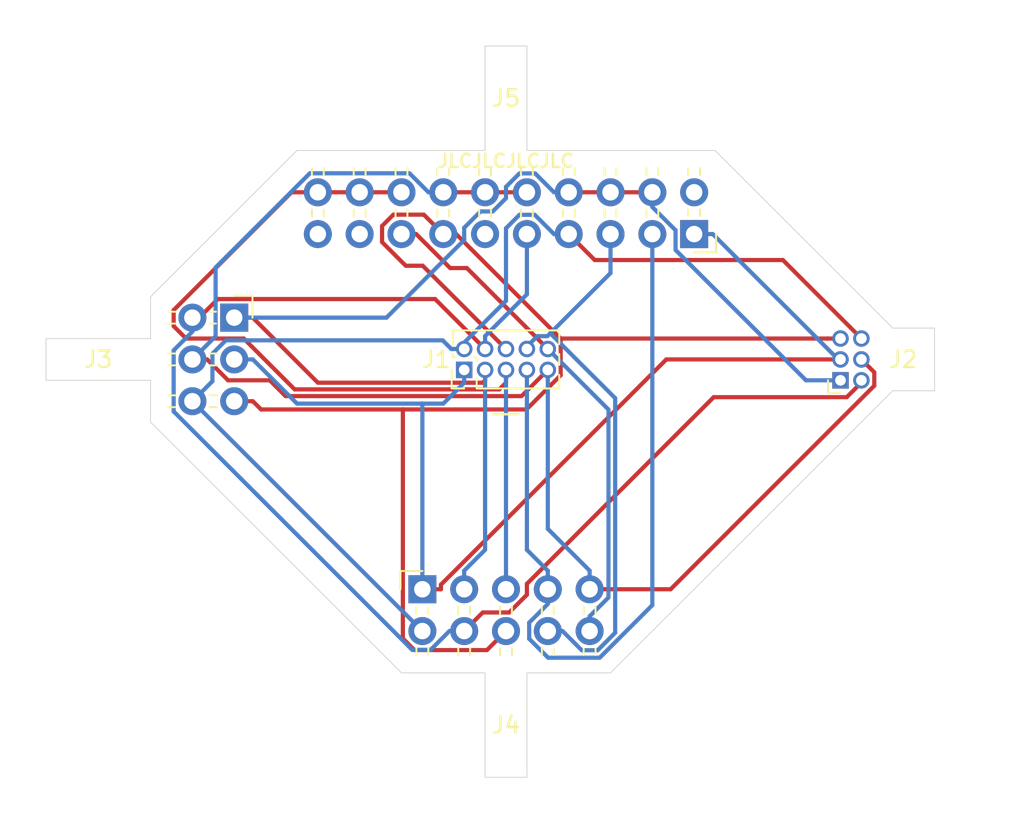
<source format=kicad_pcb>
(kicad_pcb (version 20171130) (host pcbnew "(5.1.6)-1")

  (general
    (thickness 1.6)
    (drawings 24)
    (tracks 165)
    (zones 0)
    (modules 5)
    (nets 15)
  )

  (page A4)
  (layers
    (0 F.Cu signal)
    (31 B.Cu signal)
    (32 B.Adhes user)
    (33 F.Adhes user)
    (34 B.Paste user)
    (35 F.Paste user)
    (36 B.SilkS user)
    (37 F.SilkS user)
    (38 B.Mask user)
    (39 F.Mask user)
    (40 Dwgs.User user)
    (41 Cmts.User user)
    (42 Eco1.User user)
    (43 Eco2.User user)
    (44 Edge.Cuts user)
    (45 Margin user)
    (46 B.CrtYd user)
    (47 F.CrtYd user)
    (48 B.Fab user)
    (49 F.Fab user)
  )

  (setup
    (last_trace_width 0.254)
    (trace_clearance 0.1524)
    (zone_clearance 0.508)
    (zone_45_only no)
    (trace_min 0.127)
    (via_size 0.6096)
    (via_drill 0.3048)
    (via_min_size 0.6)
    (via_min_drill 0.3)
    (uvia_size 0.3)
    (uvia_drill 0.1)
    (uvias_allowed no)
    (uvia_min_size 0.2)
    (uvia_min_drill 0.1)
    (edge_width 0.05)
    (segment_width 0.2)
    (pcb_text_width 0.3)
    (pcb_text_size 1.5 1.5)
    (mod_edge_width 0.12)
    (mod_text_size 1 1)
    (mod_text_width 0.15)
    (pad_size 1.524 1.524)
    (pad_drill 0.762)
    (pad_to_mask_clearance 0.05)
    (aux_axis_origin 139.7 111.76)
    (grid_origin 258.445 76.2)
    (visible_elements 7FFFFFFF)
    (pcbplotparams
      (layerselection 0x010fc_ffffffff)
      (usegerberextensions false)
      (usegerberattributes true)
      (usegerberadvancedattributes true)
      (creategerberjobfile true)
      (excludeedgelayer true)
      (linewidth 0.100000)
      (plotframeref false)
      (viasonmask false)
      (mode 1)
      (useauxorigin false)
      (hpglpennumber 1)
      (hpglpenspeed 20)
      (hpglpendiameter 15.000000)
      (psnegative false)
      (psa4output false)
      (plotreference true)
      (plotvalue true)
      (plotinvisibletext false)
      (padsonsilk false)
      (subtractmaskfromsilk false)
      (outputformat 1)
      (mirror false)
      (drillshape 1)
      (scaleselection 1)
      (outputdirectory ""))
  )

  (net 0 "")
  (net 1 /PIN10)
  (net 2 /PIN9)
  (net 3 /PIN8)
  (net 4 /PIN7)
  (net 5 /PIN6)
  (net 6 /PIN5)
  (net 7 /PIN4)
  (net 8 /PIN3)
  (net 9 /PIN2)
  (net 10 /PIN1)
  (net 11 "Net-(J5-Pad19)")
  (net 12 "Net-(J5-Pad17)")
  (net 13 "Net-(J5-Pad11)")
  (net 14 "Net-(J5-Pad2)")

  (net_class Default "This is the default net class."
    (clearance 0.1524)
    (trace_width 0.254)
    (via_dia 0.6096)
    (via_drill 0.3048)
    (uvia_dia 0.3)
    (uvia_drill 0.1)
    (add_net /PIN1)
    (add_net /PIN10)
    (add_net /PIN2)
    (add_net /PIN3)
    (add_net /PIN4)
    (add_net /PIN5)
    (add_net /PIN6)
    (add_net /PIN7)
    (add_net /PIN8)
    (add_net /PIN9)
    (add_net "Net-(J5-Pad11)")
    (add_net "Net-(J5-Pad17)")
    (add_net "Net-(J5-Pad19)")
    (add_net "Net-(J5-Pad2)")
  )

  (module atmel_ice_adapter:PinSocket_2x10_P2.54mm_Horizontal locked (layer F.Cu) (tedit 5F50A11E) (tstamp 5F4F8E16)
    (at 179.07 78.74 270)
    (descr "Through hole angled socket strip, 2x10, 2.54mm pitch, 8.51mm socket length, double cols (from Kicad 4.0.7), script generated")
    (tags "Through hole angled socket strip THT 2x10 2.54mm double row")
    (path /5F4DFFE8)
    (fp_text reference J5 (at -8.255 11.43 180) (layer F.SilkS)
      (effects (font (size 1 1) (thickness 0.15)))
    )
    (fp_text value Conn_02x10_Odd_Even (at -5.65 25.63 270) (layer F.Fab)
      (effects (font (size 1 1) (thickness 0.15)))
    )
    (fp_line (start -12.57 -1.27) (end -5.03 -1.27) (layer F.Fab) (width 0.1))
    (fp_line (start -5.03 -1.27) (end -4.06 -0.3) (layer F.Fab) (width 0.1))
    (fp_line (start -4.06 -0.3) (end -4.06 24.13) (layer F.Fab) (width 0.1))
    (fp_line (start -4.06 24.13) (end -12.57 24.13) (layer F.Fab) (width 0.1))
    (fp_line (start -12.57 24.13) (end -12.57 -1.27) (layer F.Fab) (width 0.1))
    (fp_line (start 0 -0.3) (end -4.06 -0.3) (layer F.Fab) (width 0.1))
    (fp_line (start -4.06 0.3) (end 0 0.3) (layer F.Fab) (width 0.1))
    (fp_line (start 0 0.3) (end 0 -0.3) (layer F.Fab) (width 0.1))
    (fp_line (start 0 2.24) (end -4.06 2.24) (layer F.Fab) (width 0.1))
    (fp_line (start -4.06 2.84) (end 0 2.84) (layer F.Fab) (width 0.1))
    (fp_line (start 0 2.84) (end 0 2.24) (layer F.Fab) (width 0.1))
    (fp_line (start 0 4.78) (end -4.06 4.78) (layer F.Fab) (width 0.1))
    (fp_line (start -4.06 5.38) (end 0 5.38) (layer F.Fab) (width 0.1))
    (fp_line (start 0 5.38) (end 0 4.78) (layer F.Fab) (width 0.1))
    (fp_line (start 0 7.32) (end -4.06 7.32) (layer F.Fab) (width 0.1))
    (fp_line (start -4.06 7.92) (end 0 7.92) (layer F.Fab) (width 0.1))
    (fp_line (start 0 7.92) (end 0 7.32) (layer F.Fab) (width 0.1))
    (fp_line (start 0 9.86) (end -4.06 9.86) (layer F.Fab) (width 0.1))
    (fp_line (start -4.06 10.46) (end 0 10.46) (layer F.Fab) (width 0.1))
    (fp_line (start 0 10.46) (end 0 9.86) (layer F.Fab) (width 0.1))
    (fp_line (start 0 12.4) (end -4.06 12.4) (layer F.Fab) (width 0.1))
    (fp_line (start -4.06 13) (end 0 13) (layer F.Fab) (width 0.1))
    (fp_line (start 0 13) (end 0 12.4) (layer F.Fab) (width 0.1))
    (fp_line (start 0 14.94) (end -4.06 14.94) (layer F.Fab) (width 0.1))
    (fp_line (start -4.06 15.54) (end 0 15.54) (layer F.Fab) (width 0.1))
    (fp_line (start 0 15.54) (end 0 14.94) (layer F.Fab) (width 0.1))
    (fp_line (start 0 17.48) (end -4.06 17.48) (layer F.Fab) (width 0.1))
    (fp_line (start -4.06 18.08) (end 0 18.08) (layer F.Fab) (width 0.1))
    (fp_line (start 0 18.08) (end 0 17.48) (layer F.Fab) (width 0.1))
    (fp_line (start 0 20.02) (end -4.06 20.02) (layer F.Fab) (width 0.1))
    (fp_line (start -4.06 20.62) (end 0 20.62) (layer F.Fab) (width 0.1))
    (fp_line (start 0 20.62) (end 0 20.02) (layer F.Fab) (width 0.1))
    (fp_line (start 0 22.56) (end -4.06 22.56) (layer F.Fab) (width 0.1))
    (fp_line (start -4.06 23.16) (end 0 23.16) (layer F.Fab) (width 0.1))
    (fp_line (start 0 23.16) (end 0 22.56) (layer F.Fab) (width 0.1))
    (fp_line (start -4 -0.36) (end -3.59 -0.36) (layer F.SilkS) (width 0.12))
    (fp_line (start -1.49 -0.36) (end -1.11 -0.36) (layer F.SilkS) (width 0.12))
    (fp_line (start -4 0.36) (end -3.59 0.36) (layer F.SilkS) (width 0.12))
    (fp_line (start -1.49 0.36) (end -1.11 0.36) (layer F.SilkS) (width 0.12))
    (fp_line (start -4 2.18) (end -3.59 2.18) (layer F.SilkS) (width 0.12))
    (fp_line (start -1.49 2.18) (end -1.05 2.18) (layer F.SilkS) (width 0.12))
    (fp_line (start -4 2.9) (end -3.59 2.9) (layer F.SilkS) (width 0.12))
    (fp_line (start -1.49 2.9) (end -1.05 2.9) (layer F.SilkS) (width 0.12))
    (fp_line (start -4 4.72) (end -3.59 4.72) (layer F.SilkS) (width 0.12))
    (fp_line (start -1.49 4.72) (end -1.05 4.72) (layer F.SilkS) (width 0.12))
    (fp_line (start -4 5.44) (end -3.59 5.44) (layer F.SilkS) (width 0.12))
    (fp_line (start -1.49 5.44) (end -1.05 5.44) (layer F.SilkS) (width 0.12))
    (fp_line (start -4 7.26) (end -3.59 7.26) (layer F.SilkS) (width 0.12))
    (fp_line (start -1.49 7.26) (end -1.05 7.26) (layer F.SilkS) (width 0.12))
    (fp_line (start -4 7.98) (end -3.59 7.98) (layer F.SilkS) (width 0.12))
    (fp_line (start -1.49 7.98) (end -1.05 7.98) (layer F.SilkS) (width 0.12))
    (fp_line (start -4 9.8) (end -3.59 9.8) (layer F.SilkS) (width 0.12))
    (fp_line (start -1.49 9.8) (end -1.05 9.8) (layer F.SilkS) (width 0.12))
    (fp_line (start -4 10.52) (end -3.59 10.52) (layer F.SilkS) (width 0.12))
    (fp_line (start -1.49 10.52) (end -1.05 10.52) (layer F.SilkS) (width 0.12))
    (fp_line (start -4 12.34) (end -3.59 12.34) (layer F.SilkS) (width 0.12))
    (fp_line (start -1.49 12.34) (end -1.05 12.34) (layer F.SilkS) (width 0.12))
    (fp_line (start -4 13.06) (end -3.59 13.06) (layer F.SilkS) (width 0.12))
    (fp_line (start -1.49 13.06) (end -1.05 13.06) (layer F.SilkS) (width 0.12))
    (fp_line (start -4 14.88) (end -3.59 14.88) (layer F.SilkS) (width 0.12))
    (fp_line (start -1.49 14.88) (end -1.05 14.88) (layer F.SilkS) (width 0.12))
    (fp_line (start -4 15.6) (end -3.59 15.6) (layer F.SilkS) (width 0.12))
    (fp_line (start -1.49 15.6) (end -1.05 15.6) (layer F.SilkS) (width 0.12))
    (fp_line (start -4 17.42) (end -3.59 17.42) (layer F.SilkS) (width 0.12))
    (fp_line (start -1.49 17.42) (end -1.05 17.42) (layer F.SilkS) (width 0.12))
    (fp_line (start -4 18.14) (end -3.59 18.14) (layer F.SilkS) (width 0.12))
    (fp_line (start -1.49 18.14) (end -1.05 18.14) (layer F.SilkS) (width 0.12))
    (fp_line (start -4 19.96) (end -3.59 19.96) (layer F.SilkS) (width 0.12))
    (fp_line (start -1.49 19.96) (end -1.05 19.96) (layer F.SilkS) (width 0.12))
    (fp_line (start -4 20.68) (end -3.59 20.68) (layer F.SilkS) (width 0.12))
    (fp_line (start -1.49 20.68) (end -1.05 20.68) (layer F.SilkS) (width 0.12))
    (fp_line (start -4 22.5) (end -3.59 22.5) (layer F.SilkS) (width 0.12))
    (fp_line (start -1.49 22.5) (end -1.05 22.5) (layer F.SilkS) (width 0.12))
    (fp_line (start -4 23.22) (end -3.59 23.22) (layer F.SilkS) (width 0.12))
    (fp_line (start -1.49 23.22) (end -1.05 23.22) (layer F.SilkS) (width 0.12))
    (fp_line (start 1.11 -1.33) (end 1.11 0) (layer F.SilkS) (width 0.12))
    (fp_line (start 0 -1.33) (end 1.11 -1.33) (layer F.SilkS) (width 0.12))
    (fp_line (start 1.8 -1.75) (end -13.05 -1.75) (layer F.CrtYd) (width 0.05))
    (fp_line (start -13.05 -1.75) (end -13.05 24.65) (layer F.CrtYd) (width 0.05))
    (fp_line (start -13.05 24.65) (end 1.8 24.65) (layer F.CrtYd) (width 0.05))
    (fp_line (start 1.8 24.65) (end 1.8 -1.75) (layer F.CrtYd) (width 0.05))
    (fp_text user %R (at -8.315 11.43) (layer F.Fab)
      (effects (font (size 1 1) (thickness 0.15)))
    )
    (pad 1 thru_hole rect (at 0 0 270) (size 1.7 1.7) (drill 1) (layers *.Cu *.Mask)
      (net 10 /PIN1))
    (pad 2 thru_hole oval (at -2.54 0 270) (size 1.7 1.7) (drill 1) (layers *.Cu *.Mask)
      (net 14 "Net-(J5-Pad2)"))
    (pad 3 thru_hole oval (at 0 2.54 270) (size 1.7 1.7) (drill 1) (layers *.Cu *.Mask)
      (net 4 /PIN7))
    (pad 4 thru_hole oval (at -2.54 2.54 270) (size 1.7 1.7) (drill 1) (layers *.Cu *.Mask)
      (net 8 /PIN3))
    (pad 5 thru_hole oval (at 0 5.08 270) (size 1.7 1.7) (drill 1) (layers *.Cu *.Mask)
      (net 3 /PIN8))
    (pad 6 thru_hole oval (at -2.54 5.08 270) (size 1.7 1.7) (drill 1) (layers *.Cu *.Mask)
      (net 8 /PIN3))
    (pad 7 thru_hole oval (at 0 7.62 270) (size 1.7 1.7) (drill 1) (layers *.Cu *.Mask)
      (net 9 /PIN2))
    (pad 8 thru_hole oval (at -2.54 7.62 270) (size 1.7 1.7) (drill 1) (layers *.Cu *.Mask)
      (net 8 /PIN3))
    (pad 9 thru_hole oval (at 0 10.16 270) (size 1.7 1.7) (drill 1) (layers *.Cu *.Mask)
      (net 7 /PIN4))
    (pad 10 thru_hole oval (at -2.54 10.16 270) (size 1.7 1.7) (drill 1) (layers *.Cu *.Mask)
      (net 2 /PIN9))
    (pad 11 thru_hole oval (at 0 12.7 270) (size 1.7 1.7) (drill 1) (layers *.Cu *.Mask)
      (net 13 "Net-(J5-Pad11)"))
    (pad 12 thru_hole oval (at -2.54 12.7 270) (size 1.7 1.7) (drill 1) (layers *.Cu *.Mask)
      (net 2 /PIN9))
    (pad 13 thru_hole oval (at 0 15.24 270) (size 1.7 1.7) (drill 1) (layers *.Cu *.Mask)
      (net 5 /PIN6))
    (pad 14 thru_hole oval (at -2.54 15.24 270) (size 1.7 1.7) (drill 1) (layers *.Cu *.Mask)
      (net 2 /PIN9))
    (pad 15 thru_hole oval (at 0 17.78 270) (size 1.7 1.7) (drill 1) (layers *.Cu *.Mask)
      (net 1 /PIN10))
    (pad 16 thru_hole oval (at -2.54 17.78 270) (size 1.7 1.7) (drill 1) (layers *.Cu *.Mask)
      (net 6 /PIN5))
    (pad 17 thru_hole oval (at 0 20.32 270) (size 1.7 1.7) (drill 1) (layers *.Cu *.Mask)
      (net 12 "Net-(J5-Pad17)"))
    (pad 18 thru_hole oval (at -2.54 20.32 270) (size 1.7 1.7) (drill 1) (layers *.Cu *.Mask)
      (net 6 /PIN5))
    (pad 19 thru_hole oval (at 0 22.86 270) (size 1.7 1.7) (drill 1) (layers *.Cu *.Mask)
      (net 11 "Net-(J5-Pad19)"))
    (pad 20 thru_hole oval (at -2.54 22.86 270) (size 1.7 1.7) (drill 1) (layers *.Cu *.Mask)
      (net 6 /PIN5))
    (model ${KISYS3DMOD}/Connector_PinSocket_2.54mm.3dshapes/PinSocket_2x10_P2.54mm_Horizontal.wrl
      (at (xyz 0 0 0))
      (scale (xyz 1 1 1))
      (rotate (xyz 0 0 0))
    )
  )

  (module atmel_ice_adapter:PinSocket_2x05_P2.54mm_Horizontal locked (layer F.Cu) (tedit 5F50A104) (tstamp 5F4E6691)
    (at 162.56 100.33 90)
    (descr "Through hole angled socket strip, 2x05, 2.54mm pitch, 8.51mm socket length, double cols (from Kicad 4.0.7), script generated")
    (tags "Through hole angled socket strip THT 2x05 2.54mm double row")
    (path /5F4FE30B)
    (fp_text reference J4 (at -8.255 5.08) (layer F.SilkS)
      (effects (font (size 1 1) (thickness 0.15)))
    )
    (fp_text value Conn_02x05_Odd_Even (at -5.65 12.93 90) (layer F.Fab)
      (effects (font (size 1 1) (thickness 0.15)))
    )
    (fp_line (start -12.57 -1.27) (end -5.03 -1.27) (layer F.Fab) (width 0.1))
    (fp_line (start -5.03 -1.27) (end -4.06 -0.3) (layer F.Fab) (width 0.1))
    (fp_line (start -4.06 -0.3) (end -4.06 11.43) (layer F.Fab) (width 0.1))
    (fp_line (start -4.06 11.43) (end -12.57 11.43) (layer F.Fab) (width 0.1))
    (fp_line (start -12.57 11.43) (end -12.57 -1.27) (layer F.Fab) (width 0.1))
    (fp_line (start 0 -0.3) (end -4.06 -0.3) (layer F.Fab) (width 0.1))
    (fp_line (start -4.06 0.3) (end 0 0.3) (layer F.Fab) (width 0.1))
    (fp_line (start 0 0.3) (end 0 -0.3) (layer F.Fab) (width 0.1))
    (fp_line (start 0 2.24) (end -4.06 2.24) (layer F.Fab) (width 0.1))
    (fp_line (start -4.06 2.84) (end 0 2.84) (layer F.Fab) (width 0.1))
    (fp_line (start 0 2.84) (end 0 2.24) (layer F.Fab) (width 0.1))
    (fp_line (start 0 4.78) (end -4.06 4.78) (layer F.Fab) (width 0.1))
    (fp_line (start -4.06 5.38) (end 0 5.38) (layer F.Fab) (width 0.1))
    (fp_line (start 0 5.38) (end 0 4.78) (layer F.Fab) (width 0.1))
    (fp_line (start 0 7.32) (end -4.06 7.32) (layer F.Fab) (width 0.1))
    (fp_line (start -4.06 7.92) (end 0 7.92) (layer F.Fab) (width 0.1))
    (fp_line (start 0 7.92) (end 0 7.32) (layer F.Fab) (width 0.1))
    (fp_line (start 0 9.86) (end -4.06 9.86) (layer F.Fab) (width 0.1))
    (fp_line (start -4.06 10.46) (end 0 10.46) (layer F.Fab) (width 0.1))
    (fp_line (start 0 10.46) (end 0 9.86) (layer F.Fab) (width 0.1))
    (fp_line (start -4 -0.36) (end -3.59 -0.36) (layer F.SilkS) (width 0.12))
    (fp_line (start -1.49 -0.36) (end -1.11 -0.36) (layer F.SilkS) (width 0.12))
    (fp_line (start -4 0.36) (end -3.59 0.36) (layer F.SilkS) (width 0.12))
    (fp_line (start -1.49 0.36) (end -1.11 0.36) (layer F.SilkS) (width 0.12))
    (fp_line (start -4 2.18) (end -3.59 2.18) (layer F.SilkS) (width 0.12))
    (fp_line (start -1.49 2.18) (end -1.05 2.18) (layer F.SilkS) (width 0.12))
    (fp_line (start -4 2.9) (end -3.59 2.9) (layer F.SilkS) (width 0.12))
    (fp_line (start -1.49 2.9) (end -1.05 2.9) (layer F.SilkS) (width 0.12))
    (fp_line (start -4 4.72) (end -3.59 4.72) (layer F.SilkS) (width 0.12))
    (fp_line (start -1.49 4.72) (end -1.05 4.72) (layer F.SilkS) (width 0.12))
    (fp_line (start -4 5.44) (end -3.59 5.44) (layer F.SilkS) (width 0.12))
    (fp_line (start -1.49 5.44) (end -1.05 5.44) (layer F.SilkS) (width 0.12))
    (fp_line (start -4 7.26) (end -3.59 7.26) (layer F.SilkS) (width 0.12))
    (fp_line (start -1.49 7.26) (end -1.05 7.26) (layer F.SilkS) (width 0.12))
    (fp_line (start -4 7.98) (end -3.59 7.98) (layer F.SilkS) (width 0.12))
    (fp_line (start -1.49 7.98) (end -1.05 7.98) (layer F.SilkS) (width 0.12))
    (fp_line (start -4 9.8) (end -3.59 9.8) (layer F.SilkS) (width 0.12))
    (fp_line (start -1.49 9.8) (end -1.05 9.8) (layer F.SilkS) (width 0.12))
    (fp_line (start -4 10.52) (end -3.59 10.52) (layer F.SilkS) (width 0.12))
    (fp_line (start -1.49 10.52) (end -1.05 10.52) (layer F.SilkS) (width 0.12))
    (fp_line (start 1.11 -1.33) (end 1.11 0) (layer F.SilkS) (width 0.12))
    (fp_line (start 0 -1.33) (end 1.11 -1.33) (layer F.SilkS) (width 0.12))
    (fp_line (start 1.8 -1.75) (end -13.05 -1.75) (layer F.CrtYd) (width 0.05))
    (fp_line (start -13.05 -1.75) (end -13.05 11.95) (layer F.CrtYd) (width 0.05))
    (fp_line (start -13.05 11.95) (end 1.8 11.95) (layer F.CrtYd) (width 0.05))
    (fp_line (start 1.8 11.95) (end 1.8 -1.75) (layer F.CrtYd) (width 0.05))
    (fp_text user %R (at -8.315 5.08 180) (layer F.Fab)
      (effects (font (size 1 1) (thickness 0.15)))
    )
    (pad 1 thru_hole rect (at 0 0 90) (size 1.7 1.7) (drill 1) (layers *.Cu *.Mask)
      (net 10 /PIN1))
    (pad 2 thru_hole oval (at -2.54 0 90) (size 1.7 1.7) (drill 1) (layers *.Cu *.Mask)
      (net 9 /PIN2))
    (pad 3 thru_hole oval (at 0 2.54 90) (size 1.7 1.7) (drill 1) (layers *.Cu *.Mask)
      (net 8 /PIN3))
    (pad 4 thru_hole oval (at -2.54 2.54 90) (size 1.7 1.7) (drill 1) (layers *.Cu *.Mask)
      (net 7 /PIN4))
    (pad 5 thru_hole oval (at 0 5.08 90) (size 1.7 1.7) (drill 1) (layers *.Cu *.Mask)
      (net 6 /PIN5))
    (pad 6 thru_hole oval (at -2.54 5.08 90) (size 1.7 1.7) (drill 1) (layers *.Cu *.Mask)
      (net 5 /PIN6))
    (pad 7 thru_hole oval (at 0 7.62 90) (size 1.7 1.7) (drill 1) (layers *.Cu *.Mask)
      (net 4 /PIN7))
    (pad 8 thru_hole oval (at -2.54 7.62 90) (size 1.7 1.7) (drill 1) (layers *.Cu *.Mask)
      (net 3 /PIN8))
    (pad 9 thru_hole oval (at 0 10.16 90) (size 1.7 1.7) (drill 1) (layers *.Cu *.Mask)
      (net 2 /PIN9))
    (pad 10 thru_hole oval (at -2.54 10.16 90) (size 1.7 1.7) (drill 1) (layers *.Cu *.Mask)
      (net 1 /PIN10))
    (model ${KISYS3DMOD}/Connector_PinSocket_2.54mm.3dshapes/PinSocket_2x05_P2.54mm_Horizontal.wrl
      (at (xyz 0 0 0))
      (scale (xyz 1 1 1))
      (rotate (xyz 0 0 0))
    )
  )

  (module atmel_ice_adapter:PinSocket_2x03_P2.54mm_Horizontal locked (layer F.Cu) (tedit 5F509FD0) (tstamp 5F4F0576)
    (at 151.13 83.82)
    (descr "Through hole angled socket strip, 2x03, 2.54mm pitch, 8.51mm socket length, double cols (from Kicad 4.0.7), script generated")
    (tags "Through hole angled socket strip THT 2x03 2.54mm double row")
    (path /5F509D1E)
    (fp_text reference J3 (at -8.255 2.54) (layer F.SilkS)
      (effects (font (size 1 1) (thickness 0.15)))
    )
    (fp_text value Conn_02x03_Odd_Even (at -5.65 7.85) (layer F.Fab)
      (effects (font (size 1 1) (thickness 0.15)))
    )
    (fp_line (start -12.57 -1.27) (end -5.03 -1.27) (layer F.Fab) (width 0.1))
    (fp_line (start -5.03 -1.27) (end -4.06 -0.3) (layer F.Fab) (width 0.1))
    (fp_line (start -4.06 -0.3) (end -4.06 6.35) (layer F.Fab) (width 0.1))
    (fp_line (start -4.06 6.35) (end -12.57 6.35) (layer F.Fab) (width 0.1))
    (fp_line (start -12.57 6.35) (end -12.57 -1.27) (layer F.Fab) (width 0.1))
    (fp_line (start 0 -0.3) (end -4.06 -0.3) (layer F.Fab) (width 0.1))
    (fp_line (start -4.06 0.3) (end 0 0.3) (layer F.Fab) (width 0.1))
    (fp_line (start 0 0.3) (end 0 -0.3) (layer F.Fab) (width 0.1))
    (fp_line (start 0 2.24) (end -4.06 2.24) (layer F.Fab) (width 0.1))
    (fp_line (start -4.06 2.84) (end 0 2.84) (layer F.Fab) (width 0.1))
    (fp_line (start 0 2.84) (end 0 2.24) (layer F.Fab) (width 0.1))
    (fp_line (start 0 4.78) (end -4.06 4.78) (layer F.Fab) (width 0.1))
    (fp_line (start -4.06 5.38) (end 0 5.38) (layer F.Fab) (width 0.1))
    (fp_line (start 0 5.38) (end 0 4.78) (layer F.Fab) (width 0.1))
    (fp_line (start -4 -0.36) (end -3.59 -0.36) (layer F.SilkS) (width 0.12))
    (fp_line (start -1.49 -0.36) (end -1.11 -0.36) (layer F.SilkS) (width 0.12))
    (fp_line (start -4 0.36) (end -3.59 0.36) (layer F.SilkS) (width 0.12))
    (fp_line (start -1.49 0.36) (end -1.11 0.36) (layer F.SilkS) (width 0.12))
    (fp_line (start -4 2.18) (end -3.59 2.18) (layer F.SilkS) (width 0.12))
    (fp_line (start -1.49 2.18) (end -1.05 2.18) (layer F.SilkS) (width 0.12))
    (fp_line (start -4 2.9) (end -3.59 2.9) (layer F.SilkS) (width 0.12))
    (fp_line (start -1.49 2.9) (end -1.05 2.9) (layer F.SilkS) (width 0.12))
    (fp_line (start -4 4.72) (end -3.59 4.72) (layer F.SilkS) (width 0.12))
    (fp_line (start -1.49 4.72) (end -1.05 4.72) (layer F.SilkS) (width 0.12))
    (fp_line (start -4 5.44) (end -3.59 5.44) (layer F.SilkS) (width 0.12))
    (fp_line (start -1.49 5.44) (end -1.05 5.44) (layer F.SilkS) (width 0.12))
    (fp_line (start 1.11 -1.33) (end 1.11 0) (layer F.SilkS) (width 0.12))
    (fp_line (start 0 -1.33) (end 1.11 -1.33) (layer F.SilkS) (width 0.12))
    (fp_line (start 1.8 -1.8) (end -13.05 -1.8) (layer F.CrtYd) (width 0.05))
    (fp_line (start -13.05 -1.8) (end -13.05 6.85) (layer F.CrtYd) (width 0.05))
    (fp_line (start -13.05 6.85) (end 1.8 6.85) (layer F.CrtYd) (width 0.05))
    (fp_line (start 1.8 6.85) (end 1.8 -1.8) (layer F.CrtYd) (width 0.05))
    (fp_text user %R (at -8.315 2.54) (layer F.Fab)
      (effects (font (size 1 1) (thickness 0.15)))
    )
    (pad 1 thru_hole rect (at 0 0) (size 1.7 1.7) (drill 1) (layers *.Cu *.Mask)
      (net 8 /PIN3))
    (pad 2 thru_hole oval (at -2.54 0) (size 1.7 1.7) (drill 1) (layers *.Cu *.Mask)
      (net 7 /PIN4))
    (pad 3 thru_hole oval (at 0 2.54) (size 1.7 1.7) (drill 1) (layers *.Cu *.Mask)
      (net 10 /PIN1))
    (pad 4 thru_hole oval (at -2.54 2.54) (size 1.7 1.7) (drill 1) (layers *.Cu *.Mask)
      (net 2 /PIN9))
    (pad 5 thru_hole oval (at 0 5.08) (size 1.7 1.7) (drill 1) (layers *.Cu *.Mask)
      (net 5 /PIN6))
    (pad 6 thru_hole oval (at -2.54 5.08) (size 1.7 1.7) (drill 1) (layers *.Cu *.Mask)
      (net 9 /PIN2))
    (model ${KISYS3DMOD}/Connector_PinSocket_2.54mm.3dshapes/PinSocket_2x03_P2.54mm_Horizontal.wrl
      (at (xyz 0 0 0))
      (scale (xyz 1 1 1))
      (rotate (xyz 0 0 0))
    )
  )

  (module atmel_ice_adapter:PinSocket_2x03_P1.27mm_Horizontal locked (layer F.Cu) (tedit 5F50A0E3) (tstamp 5F4E6C17)
    (at 187.96 87.63 180)
    (descr "Through hole angled socket strip, 2x03, 1.27mm pitch, 4.4mm socket length, double cols (https://gct.co/pdfjs/web/viewer.html?file=/Files/Drawings/BD091.pdf&t=1511594177220), script generated")
    (tags "Through hole angled socket strip THT 2x03 1.27mm double row")
    (path /5F4DEBAA)
    (fp_text reference J2 (at -3.81 1.27 180) (layer F.SilkS)
      (effects (font (size 1 1) (thickness 0.15)))
    )
    (fp_text value Conn_02x03_Odd_Even (at -2.5925 4.675 180) (layer F.Fab)
      (effects (font (size 1 1) (thickness 0.15)))
    )
    (fp_line (start -5.82 -0.635) (end -1.805 -0.635) (layer F.Fab) (width 0.1))
    (fp_line (start -1.805 -0.635) (end -1.42 -0.25) (layer F.Fab) (width 0.1))
    (fp_line (start -1.42 -0.25) (end -1.42 3.175) (layer F.Fab) (width 0.1))
    (fp_line (start -1.42 3.175) (end -5.82 3.175) (layer F.Fab) (width 0.1))
    (fp_line (start -5.82 3.175) (end -5.82 -0.635) (layer F.Fab) (width 0.1))
    (fp_line (start 0 -0.25) (end -1.42 -0.25) (layer F.Fab) (width 0.1))
    (fp_line (start -1.42 0.25) (end 0 0.25) (layer F.Fab) (width 0.1))
    (fp_line (start 0 0.25) (end 0 -0.25) (layer F.Fab) (width 0.1))
    (fp_line (start 0 1.02) (end -1.42 1.02) (layer F.Fab) (width 0.1))
    (fp_line (start -1.42 1.52) (end 0 1.52) (layer F.Fab) (width 0.1))
    (fp_line (start 0 1.52) (end 0 1.02) (layer F.Fab) (width 0.1))
    (fp_line (start 0 2.29) (end -1.42 2.29) (layer F.Fab) (width 0.1))
    (fp_line (start -1.42 2.79) (end 0 2.79) (layer F.Fab) (width 0.1))
    (fp_line (start 0 2.79) (end 0 2.29) (layer F.Fab) (width 0.1))
    (fp_line (start 0.76 -0.76) (end 0.76 0) (layer F.SilkS) (width 0.12))
    (fp_line (start 0 -0.76) (end 0.76 -0.76) (layer F.SilkS) (width 0.12))
    (fp_line (start 1.15 -1.15) (end -6.35 -1.15) (layer F.CrtYd) (width 0.05))
    (fp_line (start -6.35 -1.15) (end -6.35 3.7) (layer F.CrtYd) (width 0.05))
    (fp_line (start -6.35 3.7) (end 1.15 3.7) (layer F.CrtYd) (width 0.05))
    (fp_line (start 1.15 3.7) (end 1.15 -1.15) (layer F.CrtYd) (width 0.05))
    (fp_text user %R (at -3.62 1.27 180) (layer F.Fab)
      (effects (font (size 1 1) (thickness 0.15)))
    )
    (pad 1 thru_hole rect (at 0 0 180) (size 1 1) (drill 0.65) (layers *.Cu *.Mask)
      (net 8 /PIN3))
    (pad 2 thru_hole oval (at -1.27 0 180) (size 1 1) (drill 0.65) (layers *.Cu *.Mask)
      (net 7 /PIN4))
    (pad 3 thru_hole oval (at 0 1.27 180) (size 1 1) (drill 0.65) (layers *.Cu *.Mask)
      (net 10 /PIN1))
    (pad 4 thru_hole oval (at -1.27 1.27 180) (size 1 1) (drill 0.65) (layers *.Cu *.Mask)
      (net 2 /PIN9))
    (pad 5 thru_hole oval (at 0 2.54 180) (size 1 1) (drill 0.65) (layers *.Cu *.Mask)
      (net 5 /PIN6))
    (pad 6 thru_hole oval (at -1.27 2.54 180) (size 1 1) (drill 0.65) (layers *.Cu *.Mask)
      (net 9 /PIN2))
    (model ${KISYS3DMOD}/Connector_PinSocket_1.27mm.3dshapes/PinSocket_2x03_P1.27mm_Horizontal.wrl
      (at (xyz 0 0 0))
      (scale (xyz 1 1 1))
      (rotate (xyz 0 0 0))
    )
  )

  (module Connector_PinHeader_1.27mm:PinHeader_2x05_P1.27mm_Vertical locked (layer F.Cu) (tedit 59FED6E3) (tstamp 5F4F90F8)
    (at 165.1 86.995 90)
    (descr "Through hole straight pin header, 2x05, 1.27mm pitch, double rows")
    (tags "Through hole pin header THT 2x05 1.27mm double row")
    (path /5F4DFD24)
    (fp_text reference J1 (at 0.635 -1.695 180) (layer F.SilkS)
      (effects (font (size 1 1) (thickness 0.15)))
    )
    (fp_text value Conn_02x05_Odd_Even (at 0.635 6.775 90) (layer F.Fab)
      (effects (font (size 1 1) (thickness 0.15)))
    )
    (fp_line (start -0.2175 -0.635) (end 2.34 -0.635) (layer F.Fab) (width 0.1))
    (fp_line (start 2.34 -0.635) (end 2.34 5.715) (layer F.Fab) (width 0.1))
    (fp_line (start 2.34 5.715) (end -1.07 5.715) (layer F.Fab) (width 0.1))
    (fp_line (start -1.07 5.715) (end -1.07 0.2175) (layer F.Fab) (width 0.1))
    (fp_line (start -1.07 0.2175) (end -0.2175 -0.635) (layer F.Fab) (width 0.1))
    (fp_line (start -1.13 5.775) (end -0.30753 5.775) (layer F.SilkS) (width 0.12))
    (fp_line (start 1.57753 5.775) (end 2.4 5.775) (layer F.SilkS) (width 0.12))
    (fp_line (start 0.30753 5.775) (end 0.96247 5.775) (layer F.SilkS) (width 0.12))
    (fp_line (start -1.13 0.76) (end -1.13 5.775) (layer F.SilkS) (width 0.12))
    (fp_line (start 2.4 -0.695) (end 2.4 5.775) (layer F.SilkS) (width 0.12))
    (fp_line (start -1.13 0.76) (end -0.563471 0.76) (layer F.SilkS) (width 0.12))
    (fp_line (start 0.563471 0.76) (end 0.706529 0.76) (layer F.SilkS) (width 0.12))
    (fp_line (start 0.76 0.706529) (end 0.76 0.563471) (layer F.SilkS) (width 0.12))
    (fp_line (start 0.76 -0.563471) (end 0.76 -0.695) (layer F.SilkS) (width 0.12))
    (fp_line (start 0.76 -0.695) (end 0.96247 -0.695) (layer F.SilkS) (width 0.12))
    (fp_line (start 1.57753 -0.695) (end 2.4 -0.695) (layer F.SilkS) (width 0.12))
    (fp_line (start -1.13 0) (end -1.13 -0.76) (layer F.SilkS) (width 0.12))
    (fp_line (start -1.13 -0.76) (end 0 -0.76) (layer F.SilkS) (width 0.12))
    (fp_line (start -1.6 -1.15) (end -1.6 6.25) (layer F.CrtYd) (width 0.05))
    (fp_line (start -1.6 6.25) (end 2.85 6.25) (layer F.CrtYd) (width 0.05))
    (fp_line (start 2.85 6.25) (end 2.85 -1.15) (layer F.CrtYd) (width 0.05))
    (fp_line (start 2.85 -1.15) (end -1.6 -1.15) (layer F.CrtYd) (width 0.05))
    (fp_text user %R (at 0.635 2.54) (layer F.Fab)
      (effects (font (size 1 1) (thickness 0.15)))
    )
    (pad 10 thru_hole oval (at 1.27 5.08 90) (size 1 1) (drill 0.65) (layers *.Cu *.Mask)
      (net 1 /PIN10))
    (pad 9 thru_hole oval (at 0 5.08 90) (size 1 1) (drill 0.65) (layers *.Cu *.Mask)
      (net 2 /PIN9))
    (pad 8 thru_hole oval (at 1.27 3.81 90) (size 1 1) (drill 0.65) (layers *.Cu *.Mask)
      (net 3 /PIN8))
    (pad 7 thru_hole oval (at 0 3.81 90) (size 1 1) (drill 0.65) (layers *.Cu *.Mask)
      (net 4 /PIN7))
    (pad 6 thru_hole oval (at 1.27 2.54 90) (size 1 1) (drill 0.65) (layers *.Cu *.Mask)
      (net 5 /PIN6))
    (pad 5 thru_hole oval (at 0 2.54 90) (size 1 1) (drill 0.65) (layers *.Cu *.Mask)
      (net 6 /PIN5))
    (pad 4 thru_hole oval (at 1.27 1.27 90) (size 1 1) (drill 0.65) (layers *.Cu *.Mask)
      (net 7 /PIN4))
    (pad 3 thru_hole oval (at 0 1.27 90) (size 1 1) (drill 0.65) (layers *.Cu *.Mask)
      (net 8 /PIN3))
    (pad 2 thru_hole oval (at 1.27 0 90) (size 1 1) (drill 0.65) (layers *.Cu *.Mask)
      (net 9 /PIN2))
    (pad 1 thru_hole rect (at 0 0 90) (size 1 1) (drill 0.65) (layers *.Cu *.Mask)
      (net 10 /PIN1))
    (model ${KISYS3DMOD}/Connector_PinHeader_1.27mm.3dshapes/PinHeader_2x05_P1.27mm_Vertical.wrl
      (at (xyz 0 0 0))
      (scale (xyz 1 1 1))
      (rotate (xyz 0 0 0))
    )
  )

  (gr_text - (at 167.64 89.535) (layer F.SilkS)
    (effects (font (size 2 2) (thickness 0.15)))
  )
  (gr_text JLCJLCJLCJLC (at 167.64 74.295) (layer F.SilkS)
    (effects (font (size 0.8 0.8) (thickness 0.15)))
  )
  (gr_line (start 191.135 84.455) (end 180.34 73.66) (layer Edge.Cuts) (width 0.05) (tstamp 5F4F917F))
  (gr_line (start 173.99 105.41) (end 191.135 88.265) (layer Edge.Cuts) (width 0.05) (tstamp 5F4F917E))
  (gr_line (start 146.05 90.17) (end 161.29 105.41) (layer Edge.Cuts) (width 0.05) (tstamp 5F4F917D))
  (gr_line (start 146.05 82.55) (end 154.94 73.66) (layer Edge.Cuts) (width 0.05) (tstamp 5F4F917C))
  (gr_line (start 166.37 73.66) (end 154.94 73.66) (layer Edge.Cuts) (width 0.05))
  (gr_line (start 166.37 67.31) (end 166.37 73.66) (layer Edge.Cuts) (width 0.05))
  (gr_line (start 168.91 67.31) (end 166.37 67.31) (layer Edge.Cuts) (width 0.05))
  (gr_line (start 168.91 73.66) (end 168.91 67.31) (layer Edge.Cuts) (width 0.05))
  (gr_line (start 180.34 73.66) (end 168.91 73.66) (layer Edge.Cuts) (width 0.05))
  (gr_line (start 193.675 84.455) (end 191.135 84.455) (layer Edge.Cuts) (width 0.05))
  (gr_line (start 193.675 88.265) (end 193.675 84.455) (layer Edge.Cuts) (width 0.05))
  (gr_line (start 191.135 88.265) (end 193.675 88.265) (layer Edge.Cuts) (width 0.05))
  (gr_line (start 168.91 105.41) (end 173.99 105.41) (layer Edge.Cuts) (width 0.05))
  (gr_line (start 168.91 111.76) (end 168.91 105.41) (layer Edge.Cuts) (width 0.05))
  (gr_line (start 166.37 111.76) (end 168.91 111.76) (layer Edge.Cuts) (width 0.05))
  (gr_line (start 166.37 105.41) (end 166.37 111.76) (layer Edge.Cuts) (width 0.05))
  (gr_line (start 161.29 105.41) (end 166.37 105.41) (layer Edge.Cuts) (width 0.05))
  (gr_line (start 146.05 87.63) (end 146.05 90.17) (layer Edge.Cuts) (width 0.05))
  (gr_line (start 139.7 87.63) (end 146.05 87.63) (layer Edge.Cuts) (width 0.05))
  (gr_line (start 139.7 85.09) (end 139.7 87.63) (layer Edge.Cuts) (width 0.05))
  (gr_line (start 146.05 85.09) (end 139.7 85.09) (layer Edge.Cuts) (width 0.05))
  (gr_line (start 146.05 82.55) (end 146.05 85.09) (layer Edge.Cuts) (width 0.05))

  (segment (start 162.1856 78.74) (end 161.29 78.74) (width 0.254) (layer F.Cu) (net 1))
  (segment (start 170.18 85.725) (end 165.2603 80.8053) (width 0.254) (layer F.Cu) (net 1))
  (segment (start 164.2509 80.8053) (end 162.1856 78.74) (width 0.254) (layer F.Cu) (net 1))
  (segment (start 165.2603 80.8053) (end 164.2509 80.8053) (width 0.254) (layer F.Cu) (net 1))
  (segment (start 172.72 101.9744) (end 172.72 102.87) (width 0.254) (layer B.Cu) (net 1))
  (segment (start 173.8658 100.8286) (end 172.72 101.9744) (width 0.254) (layer B.Cu) (net 1))
  (segment (start 170.18 85.725) (end 173.8658 89.4108) (width 0.254) (layer B.Cu) (net 1))
  (segment (start 173.8658 89.4108) (end 173.8658 100.8286) (width 0.254) (layer B.Cu) (net 1))
  (segment (start 172.72 100.33) (end 172.72 99.2003) (width 0.254) (layer B.Cu) (net 2))
  (segment (start 170.18 86.995) (end 170.18 96.6603) (width 0.254) (layer B.Cu) (net 2))
  (segment (start 170.18 96.6603) (end 172.72 99.2003) (width 0.254) (layer B.Cu) (net 2))
  (segment (start 172.72 100.33) (end 177.64 100.33) (width 0.254) (layer F.Cu) (net 2))
  (segment (start 177.64 100.33) (end 190.0122 87.9578) (width 0.254) (layer F.Cu) (net 2))
  (segment (start 190.0122 87.9578) (end 190.0122 87.1422) (width 0.254) (layer F.Cu) (net 2))
  (segment (start 190.0122 87.1422) (end 189.23 86.36) (width 0.254) (layer F.Cu) (net 2))
  (segment (start 166.37 76.2) (end 163.83 76.2) (width 0.254) (layer F.Cu) (net 2))
  (segment (start 168.91 76.2) (end 166.37 76.2) (width 0.254) (layer F.Cu) (net 2))
  (segment (start 149.4856 86.36) (end 150.7556 87.63) (width 0.254) (layer F.Cu) (net 2))
  (segment (start 148.59 86.36) (end 149.4856 86.36) (width 0.254) (layer F.Cu) (net 2))
  (segment (start 150.7556 87.63) (end 153.2893 87.63) (width 0.254) (layer F.Cu) (net 2))
  (segment (start 168.5853 88.5897) (end 170.18 86.995) (width 0.254) (layer F.Cu) (net 2))
  (segment (start 153.2893 87.63) (end 154.249 88.5897) (width 0.254) (layer F.Cu) (net 2))
  (segment (start 154.249 88.5897) (end 168.5853 88.5897) (width 0.254) (layer F.Cu) (net 2))
  (segment (start 162.9344 76.2) (end 163.83 76.2) (width 0.254) (layer B.Cu) (net 2))
  (segment (start 150.0002 84.9498) (end 150.0002 80.7722) (width 0.254) (layer B.Cu) (net 2))
  (segment (start 148.59 86.36) (end 150.0002 84.9498) (width 0.254) (layer B.Cu) (net 2))
  (segment (start 150.0002 80.7722) (end 155.7267 75.0457) (width 0.254) (layer B.Cu) (net 2))
  (segment (start 155.7267 75.0457) (end 161.7801 75.0457) (width 0.254) (layer B.Cu) (net 2))
  (segment (start 161.7801 75.0457) (end 162.9344 76.2) (width 0.254) (layer B.Cu) (net 2))
  (segment (start 170.3294 84.7694) (end 173.99 81.1088) (width 0.254) (layer B.Cu) (net 3))
  (segment (start 173.99 81.1088) (end 173.99 79.8697) (width 0.254) (layer B.Cu) (net 3))
  (segment (start 173.99 78.74) (end 173.99 79.8697) (width 0.254) (layer B.Cu) (net 3))
  (segment (start 171.0756 102.87) (end 170.18 102.87) (width 0.254) (layer B.Cu) (net 3))
  (segment (start 174.2726 88.7126) (end 174.2726 102.9723) (width 0.254) (layer B.Cu) (net 3))
  (segment (start 170.3294 84.7694) (end 174.2726 88.7126) (width 0.254) (layer B.Cu) (net 3))
  (segment (start 174.2726 102.9723) (end 173.2072 104.0377) (width 0.254) (layer B.Cu) (net 3))
  (segment (start 172.2433 104.0377) (end 171.0756 102.87) (width 0.254) (layer B.Cu) (net 3))
  (segment (start 173.2072 104.0377) (end 172.2433 104.0377) (width 0.254) (layer B.Cu) (net 3))
  (segment (start 170.1535 84.9453) (end 170.3294 84.7694) (width 0.254) (layer B.Cu) (net 3))
  (segment (start 168.91 85.725) (end 168.91 85.5803) (width 0.254) (layer B.Cu) (net 3))
  (segment (start 169.545 84.9453) (end 170.1535 84.9453) (width 0.254) (layer B.Cu) (net 3))
  (segment (start 168.91 85.5803) (end 169.545 84.9453) (width 0.254) (layer B.Cu) (net 3))
  (segment (start 170.18 100.33) (end 170.18 99.2003) (width 0.254) (layer B.Cu) (net 4))
  (segment (start 168.91 86.995) (end 168.91 97.9303) (width 0.254) (layer B.Cu) (net 4))
  (segment (start 168.91 97.9303) (end 170.18 99.2003) (width 0.254) (layer B.Cu) (net 4))
  (segment (start 170.18 101.2256) (end 170.18 100.33) (width 0.254) (layer B.Cu) (net 4))
  (segment (start 169.0492 102.3564) (end 170.18 101.2256) (width 0.254) (layer B.Cu) (net 4))
  (segment (start 176.53 101.2942) (end 173.3342 104.49) (width 0.254) (layer B.Cu) (net 4))
  (segment (start 176.53 78.74) (end 176.53 101.2942) (width 0.254) (layer B.Cu) (net 4))
  (segment (start 169.0492 103.3401) (end 169.0492 102.3564) (width 0.254) (layer B.Cu) (net 4))
  (segment (start 173.3342 104.49) (end 170.1991 104.49) (width 0.254) (layer B.Cu) (net 4))
  (segment (start 170.1991 104.49) (end 169.0492 103.3401) (width 0.254) (layer B.Cu) (net 4))
  (segment (start 167.64 85.725) (end 162.5801 80.6651) (width 0.254) (layer F.Cu) (net 5))
  (segment (start 162.5801 80.6651) (end 161.5481 80.6651) (width 0.254) (layer F.Cu) (net 5))
  (segment (start 161.5481 80.6651) (end 160.1114 79.2284) (width 0.254) (layer F.Cu) (net 5))
  (segment (start 160.1114 79.2284) (end 160.1114 78.2498) (width 0.254) (layer F.Cu) (net 5))
  (segment (start 160.1114 78.2498) (end 160.801 77.5602) (width 0.254) (layer F.Cu) (net 5))
  (segment (start 160.801 77.5602) (end 162.6502 77.5602) (width 0.254) (layer F.Cu) (net 5))
  (segment (start 162.6502 77.5602) (end 163.83 78.74) (width 0.254) (layer F.Cu) (net 5))
  (segment (start 161.3756 89.4016) (end 168.8801 89.4016) (width 0.254) (layer F.Cu) (net 5))
  (segment (start 168.8801 89.4016) (end 170.9619 87.3198) (width 0.254) (layer F.Cu) (net 5))
  (segment (start 170.9619 87.3198) (end 170.9619 85.09) (width 0.254) (layer F.Cu) (net 5))
  (segment (start 187.1803 85.09) (end 170.9619 85.09) (width 0.254) (layer F.Cu) (net 5))
  (segment (start 161.3756 89.4016) (end 161.3756 103.3215) (width 0.254) (layer F.Cu) (net 5))
  (segment (start 161.3756 103.3215) (end 162.0813 104.0272) (width 0.254) (layer F.Cu) (net 5))
  (segment (start 162.0813 104.0272) (end 166.4828 104.0272) (width 0.254) (layer F.Cu) (net 5))
  (segment (start 166.4828 104.0272) (end 167.64 102.87) (width 0.254) (layer F.Cu) (net 5))
  (segment (start 152.2597 88.9) (end 152.7613 89.4016) (width 0.254) (layer F.Cu) (net 5))
  (segment (start 152.7613 89.4016) (end 161.3756 89.4016) (width 0.254) (layer F.Cu) (net 5))
  (segment (start 187.96 85.09) (end 187.1803 85.09) (width 0.254) (layer F.Cu) (net 5))
  (segment (start 151.13 88.9) (end 152.2597 88.9) (width 0.254) (layer F.Cu) (net 5))
  (segment (start 164.6119 78.74) (end 170.9619 85.09) (width 0.254) (layer F.Cu) (net 5))
  (segment (start 163.83 78.74) (end 164.6119 78.74) (width 0.254) (layer F.Cu) (net 5))
  (segment (start 156.21 76.2) (end 154.6114 76.2) (width 0.254) (layer F.Cu) (net 6))
  (segment (start 154.6114 76.2) (end 147.4513 83.3601) (width 0.254) (layer F.Cu) (net 6))
  (segment (start 147.4513 83.3601) (end 147.4513 84.3362) (width 0.254) (layer F.Cu) (net 6))
  (segment (start 147.4513 84.3362) (end 148.2051 85.09) (width 0.254) (layer F.Cu) (net 6))
  (segment (start 148.2051 85.09) (end 151.7126 85.09) (width 0.254) (layer F.Cu) (net 6))
  (segment (start 151.7126 85.09) (end 154.8041 88.1815) (width 0.254) (layer F.Cu) (net 6))
  (segment (start 154.8041 88.1815) (end 167.2332 88.1815) (width 0.254) (layer F.Cu) (net 6))
  (segment (start 167.2332 88.1815) (end 167.64 87.7747) (width 0.254) (layer F.Cu) (net 6))
  (segment (start 167.64 86.995) (end 167.64 87.7747) (width 0.254) (layer F.Cu) (net 6))
  (segment (start 167.64 86.995) (end 167.64 100.33) (width 0.254) (layer B.Cu) (net 6))
  (segment (start 158.75 76.2) (end 156.21 76.2) (width 0.254) (layer F.Cu) (net 6))
  (segment (start 161.29 76.2) (end 158.75 76.2) (width 0.254) (layer F.Cu) (net 6))
  (segment (start 166.37 85.725) (end 166.37 84.9453) (width 0.254) (layer B.Cu) (net 7))
  (segment (start 166.37 84.9453) (end 168.91 82.4053) (width 0.254) (layer B.Cu) (net 7))
  (segment (start 168.91 82.4053) (end 168.91 78.74) (width 0.254) (layer B.Cu) (net 7))
  (segment (start 149.0034 83.82) (end 148.59 83.82) (width 0.254) (layer F.Cu) (net 7))
  (segment (start 166.37 85.725) (end 163.3352 82.6902) (width 0.254) (layer F.Cu) (net 7))
  (segment (start 150.1332 82.6902) (end 149.0034 83.82) (width 0.254) (layer F.Cu) (net 7))
  (segment (start 163.3352 82.6902) (end 150.1332 82.6902) (width 0.254) (layer F.Cu) (net 7))
  (segment (start 148.59 84.455) (end 148.59 83.82) (width 0.254) (layer B.Cu) (net 7))
  (segment (start 147.4508 85.8065) (end 148.59 84.6673) (width 0.254) (layer B.Cu) (net 7))
  (segment (start 164.2044 102.87) (end 163.0627 104.0117) (width 0.254) (layer B.Cu) (net 7))
  (segment (start 165.1 102.87) (end 164.2044 102.87) (width 0.254) (layer B.Cu) (net 7))
  (segment (start 163.0627 104.0117) (end 161.943 104.0117) (width 0.254) (layer B.Cu) (net 7))
  (segment (start 161.943 104.0117) (end 147.4508 89.5195) (width 0.254) (layer B.Cu) (net 7))
  (segment (start 148.59 84.6673) (end 148.59 84.455) (width 0.254) (layer B.Cu) (net 7))
  (segment (start 147.4508 89.5195) (end 147.4508 85.8065) (width 0.254) (layer B.Cu) (net 7))
  (segment (start 189.23 87.7637) (end 189.23 87.63) (width 0.254) (layer F.Cu) (net 7))
  (segment (start 188.3388 88.6549) (end 189.23 87.7637) (width 0.254) (layer F.Cu) (net 7))
  (segment (start 166.2297 101.7403) (end 167.8319 101.7403) (width 0.254) (layer F.Cu) (net 7))
  (segment (start 167.8319 101.7403) (end 168.91 100.6622) (width 0.254) (layer F.Cu) (net 7))
  (segment (start 165.1 102.87) (end 166.2297 101.7403) (width 0.254) (layer F.Cu) (net 7))
  (segment (start 168.91 100.6622) (end 168.91 99.9982) (width 0.254) (layer F.Cu) (net 7))
  (segment (start 180.2533 88.6549) (end 188.3388 88.6549) (width 0.254) (layer F.Cu) (net 7))
  (segment (start 168.91 99.9982) (end 180.2533 88.6549) (width 0.254) (layer F.Cu) (net 7))
  (segment (start 173.99 76.2) (end 171.45 76.2) (width 0.254) (layer F.Cu) (net 8))
  (segment (start 165.1 100.33) (end 165.1 99.2003) (width 0.254) (layer B.Cu) (net 8))
  (segment (start 165.1 99.2003) (end 166.37 97.9303) (width 0.254) (layer B.Cu) (net 8))
  (segment (start 166.37 97.9303) (end 166.37 86.995) (width 0.254) (layer B.Cu) (net 8))
  (segment (start 176.53 76.2) (end 173.99 76.2) (width 0.254) (layer F.Cu) (net 8))
  (segment (start 160.3825 83.82) (end 151.13 83.82) (width 0.254) (layer B.Cu) (net 8))
  (segment (start 165.1 78.3563) (end 165.1 79.1025) (width 0.254) (layer B.Cu) (net 8))
  (segment (start 166.8375 77.365) (end 166.0913 77.365) (width 0.254) (layer B.Cu) (net 8))
  (segment (start 165.1 79.1025) (end 160.3825 83.82) (width 0.254) (layer B.Cu) (net 8))
  (segment (start 167.64 76.5625) (end 166.8375 77.365) (width 0.254) (layer B.Cu) (net 8))
  (segment (start 170.5544 76.2) (end 169.4073 75.0529) (width 0.254) (layer B.Cu) (net 8))
  (segment (start 171.45 76.2) (end 170.5544 76.2) (width 0.254) (layer B.Cu) (net 8))
  (segment (start 166.0913 77.365) (end 165.1 78.3563) (width 0.254) (layer B.Cu) (net 8))
  (segment (start 168.4548 75.0529) (end 167.64 75.8677) (width 0.254) (layer B.Cu) (net 8))
  (segment (start 169.4073 75.0529) (end 168.4548 75.0529) (width 0.254) (layer B.Cu) (net 8))
  (segment (start 167.64 75.8677) (end 167.64 76.5625) (width 0.254) (layer B.Cu) (net 8))
  (segment (start 185.8629 87.63) (end 187.96 87.63) (width 0.254) (layer B.Cu) (net 8))
  (segment (start 177.9402 79.7073) (end 185.8629 87.63) (width 0.254) (layer B.Cu) (net 8))
  (segment (start 177.9402 78.5058) (end 177.9402 79.7073) (width 0.254) (layer B.Cu) (net 8))
  (segment (start 176.53 76.2) (end 176.53 77.0956) (width 0.254) (layer B.Cu) (net 8))
  (segment (start 176.53 77.0956) (end 177.9402 78.5058) (width 0.254) (layer B.Cu) (net 8))
  (segment (start 152.2597 83.82) (end 151.13 83.82) (width 0.254) (layer F.Cu) (net 8))
  (segment (start 156.2144 87.7747) (end 152.2597 83.82) (width 0.254) (layer F.Cu) (net 8))
  (segment (start 166.37 86.995) (end 166.37 87.63) (width 0.254) (layer F.Cu) (net 8))
  (segment (start 166.2253 87.7747) (end 156.2144 87.7747) (width 0.254) (layer F.Cu) (net 8))
  (segment (start 166.37 87.63) (end 166.2253 87.7747) (width 0.254) (layer F.Cu) (net 8))
  (segment (start 165.1 85.725) (end 164.7102 85.725) (width 0.254) (layer B.Cu) (net 9))
  (segment (start 149.8079 87.6821) (end 148.59 88.9) (width 0.254) (layer B.Cu) (net 9))
  (segment (start 164.3203 85.725) (end 163.7942 85.1989) (width 0.254) (layer B.Cu) (net 9))
  (segment (start 164.7102 85.725) (end 164.3203 85.725) (width 0.254) (layer B.Cu) (net 9))
  (segment (start 149.8079 86.0133) (end 149.8079 87.6821) (width 0.254) (layer B.Cu) (net 9))
  (segment (start 163.7942 85.1989) (end 150.6223 85.1989) (width 0.254) (layer B.Cu) (net 9))
  (segment (start 150.6223 85.1989) (end 149.8079 86.0133) (width 0.254) (layer B.Cu) (net 9))
  (segment (start 148.59 88.9) (end 162.56 102.87) (width 0.254) (layer B.Cu) (net 9))
  (segment (start 167.64 78.3904) (end 167.64 82.7952) (width 0.254) (layer B.Cu) (net 9))
  (segment (start 167.64 82.7952) (end 164.7102 85.725) (width 0.254) (layer B.Cu) (net 9))
  (segment (start 170.5544 78.74) (end 169.3827 77.5683) (width 0.254) (layer B.Cu) (net 9))
  (segment (start 171.45 78.74) (end 170.5544 78.74) (width 0.254) (layer B.Cu) (net 9))
  (segment (start 169.3827 77.5683) (end 168.4621 77.5683) (width 0.254) (layer B.Cu) (net 9))
  (segment (start 168.4621 77.5683) (end 167.64 78.3904) (width 0.254) (layer B.Cu) (net 9))
  (segment (start 189.23 85.09) (end 184.4582 80.3182) (width 0.254) (layer F.Cu) (net 9))
  (segment (start 173.0282 80.3182) (end 171.45 78.74) (width 0.254) (layer F.Cu) (net 9))
  (segment (start 184.4582 80.3182) (end 173.0282 80.3182) (width 0.254) (layer F.Cu) (net 9))
  (segment (start 162.56 89.0447) (end 154.9444 89.0447) (width 0.254) (layer B.Cu) (net 10))
  (segment (start 154.9444 89.0447) (end 152.2597 86.36) (width 0.254) (layer B.Cu) (net 10))
  (segment (start 165.1 87.7747) (end 163.83 89.0447) (width 0.254) (layer B.Cu) (net 10))
  (segment (start 163.83 89.0447) (end 162.56 89.0447) (width 0.254) (layer B.Cu) (net 10))
  (segment (start 162.56 89.0447) (end 162.56 100.33) (width 0.254) (layer B.Cu) (net 10))
  (segment (start 151.13 86.36) (end 152.2597 86.36) (width 0.254) (layer B.Cu) (net 10))
  (segment (start 165.1 86.995) (end 165.1 87.7747) (width 0.254) (layer B.Cu) (net 10))
  (segment (start 162.56 100.33) (end 163.6897 100.33) (width 0.254) (layer F.Cu) (net 10))
  (segment (start 163.6897 100.33) (end 163.6897 100.0476) (width 0.254) (layer F.Cu) (net 10))
  (segment (start 163.6897 100.0476) (end 177.3773 86.36) (width 0.254) (layer F.Cu) (net 10))
  (segment (start 177.3773 86.36) (end 187.96 86.36) (width 0.254) (layer F.Cu) (net 10))
  (segment (start 180.1997 78.74) (end 179.07 78.74) (width 0.254) (layer B.Cu) (net 10))
  (segment (start 187.96 86.36) (end 187.8197 86.36) (width 0.254) (layer B.Cu) (net 10))
  (segment (start 187.8197 86.36) (end 180.1997 78.74) (width 0.254) (layer B.Cu) (net 10))

)

</source>
